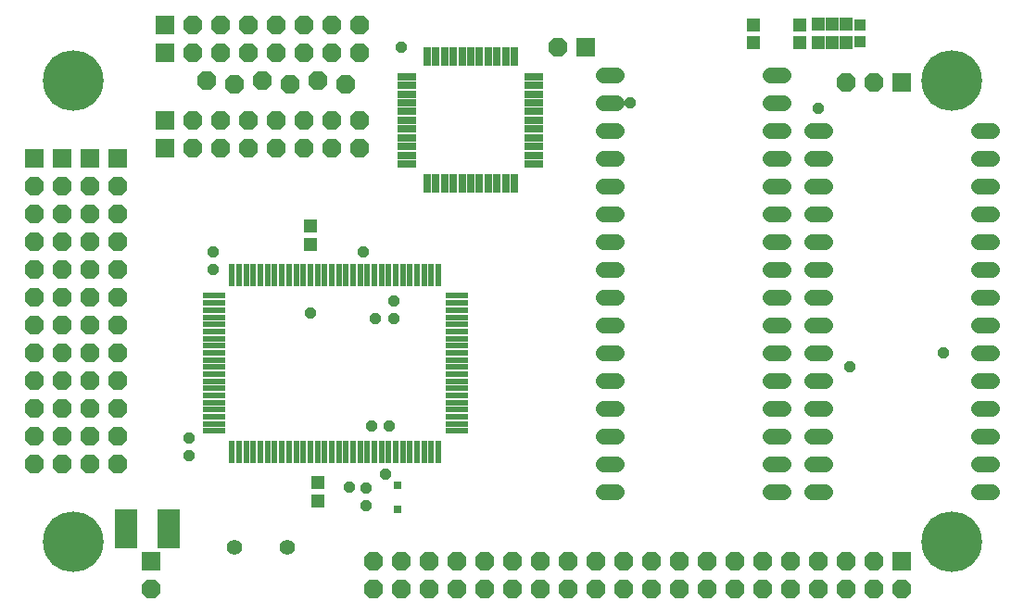
<source format=gts>
G75*
%MOIN*%
%OFA0B0*%
%FSLAX24Y24*%
%IPPOS*%
%LPD*%
%AMOC8*
5,1,8,0,0,1.08239X$1,22.5*
%
%ADD10R,0.0474X0.0513*%
%ADD11R,0.0395X0.0395*%
%ADD12R,0.0513X0.0474*%
%ADD13C,0.2180*%
%ADD14R,0.0237X0.0789*%
%ADD15R,0.0789X0.0237*%
%ADD16C,0.0560*%
%ADD17R,0.0474X0.0474*%
%ADD18R,0.0680X0.0680*%
%ADD19OC8,0.0680*%
%ADD20R,0.0671X0.0277*%
%ADD21R,0.0277X0.0671*%
%ADD22R,0.0316X0.0316*%
%ADD23C,0.0560*%
%ADD24OC8,0.0417*%
%ADD25R,0.0828X0.1419*%
D10*
X029500Y021540D03*
X029500Y022210D03*
D11*
X031000Y022170D03*
X031000Y021580D03*
D12*
X030500Y021540D03*
X030000Y021540D03*
X030000Y022210D03*
X030500Y022210D03*
X011250Y014960D03*
X011250Y014290D03*
X011500Y005710D03*
X011500Y005040D03*
D13*
X002697Y003572D03*
X002697Y020178D03*
X034303Y020178D03*
X034303Y003572D03*
D14*
X015836Y006811D03*
X015580Y006811D03*
X015324Y006811D03*
X015068Y006811D03*
X014812Y006811D03*
X014556Y006811D03*
X014300Y006811D03*
X014044Y006811D03*
X013788Y006811D03*
X013532Y006811D03*
X013277Y006811D03*
X013021Y006811D03*
X012765Y006811D03*
X012509Y006811D03*
X012253Y006811D03*
X011997Y006811D03*
X011741Y006811D03*
X011485Y006811D03*
X011229Y006811D03*
X010973Y006811D03*
X010718Y006811D03*
X010462Y006811D03*
X010206Y006811D03*
X009950Y006811D03*
X009694Y006811D03*
X009438Y006811D03*
X009182Y006811D03*
X008926Y006811D03*
X008670Y006811D03*
X008414Y006811D03*
X008414Y013189D03*
X008670Y013189D03*
X008926Y013189D03*
X009182Y013189D03*
X009438Y013189D03*
X009694Y013189D03*
X009950Y013189D03*
X010206Y013189D03*
X010462Y013189D03*
X010718Y013189D03*
X010973Y013189D03*
X011229Y013189D03*
X011485Y013189D03*
X011741Y013189D03*
X011997Y013189D03*
X012253Y013189D03*
X012509Y013189D03*
X012765Y013189D03*
X013021Y013189D03*
X013277Y013189D03*
X013532Y013189D03*
X013788Y013189D03*
X014044Y013189D03*
X014300Y013189D03*
X014556Y013189D03*
X014812Y013189D03*
X015068Y013189D03*
X015324Y013189D03*
X015580Y013189D03*
X015836Y013189D03*
D15*
X016495Y012431D03*
X016495Y012175D03*
X016495Y011919D03*
X016495Y011663D03*
X016495Y011407D03*
X016495Y011152D03*
X016495Y010896D03*
X016495Y010640D03*
X016495Y010384D03*
X016495Y010128D03*
X016495Y009872D03*
X016495Y009616D03*
X016495Y009360D03*
X016495Y009104D03*
X016495Y008848D03*
X016495Y008593D03*
X016495Y008337D03*
X016495Y008081D03*
X016495Y007825D03*
X016495Y007569D03*
X007755Y007569D03*
X007755Y007825D03*
X007755Y008081D03*
X007755Y008337D03*
X007755Y008593D03*
X007755Y008848D03*
X007755Y009104D03*
X007755Y009360D03*
X007755Y009616D03*
X007755Y009872D03*
X007755Y010128D03*
X007755Y010384D03*
X007755Y010640D03*
X007755Y010896D03*
X007755Y011152D03*
X007755Y011407D03*
X007755Y011663D03*
X007755Y011919D03*
X007755Y012175D03*
X007755Y012431D03*
D16*
X021760Y012375D02*
X022240Y012375D01*
X022240Y011375D02*
X021760Y011375D01*
X021760Y010375D02*
X022240Y010375D01*
X022240Y009375D02*
X021760Y009375D01*
X021760Y008375D02*
X022240Y008375D01*
X022240Y007375D02*
X021760Y007375D01*
X021760Y006375D02*
X022240Y006375D01*
X022240Y005375D02*
X021760Y005375D01*
X027760Y005375D02*
X028240Y005375D01*
X029260Y005375D02*
X029740Y005375D01*
X029740Y006375D02*
X029260Y006375D01*
X028240Y006375D02*
X027760Y006375D01*
X027760Y007375D02*
X028240Y007375D01*
X029260Y007375D02*
X029740Y007375D01*
X029740Y008375D02*
X029260Y008375D01*
X028240Y008375D02*
X027760Y008375D01*
X027760Y009375D02*
X028240Y009375D01*
X029260Y009375D02*
X029740Y009375D01*
X029740Y010375D02*
X029260Y010375D01*
X028240Y010375D02*
X027760Y010375D01*
X027760Y011375D02*
X028240Y011375D01*
X029260Y011375D02*
X029740Y011375D01*
X029740Y012375D02*
X029260Y012375D01*
X028240Y012375D02*
X027760Y012375D01*
X027760Y013375D02*
X028240Y013375D01*
X029260Y013375D02*
X029740Y013375D01*
X029740Y014375D02*
X029260Y014375D01*
X028240Y014375D02*
X027760Y014375D01*
X027760Y015375D02*
X028240Y015375D01*
X029260Y015375D02*
X029740Y015375D01*
X029740Y016375D02*
X029260Y016375D01*
X028240Y016375D02*
X027760Y016375D01*
X027760Y017375D02*
X028240Y017375D01*
X029260Y017375D02*
X029740Y017375D01*
X029740Y018375D02*
X029260Y018375D01*
X028240Y018375D02*
X027760Y018375D01*
X027760Y019375D02*
X028240Y019375D01*
X028240Y020375D02*
X027760Y020375D01*
X022240Y020375D02*
X021760Y020375D01*
X021760Y019375D02*
X022240Y019375D01*
X022240Y018375D02*
X021760Y018375D01*
X021760Y017375D02*
X022240Y017375D01*
X022240Y016375D02*
X021760Y016375D01*
X021760Y015375D02*
X022240Y015375D01*
X022240Y014375D02*
X021760Y014375D01*
X021760Y013375D02*
X022240Y013375D01*
X035260Y013375D02*
X035740Y013375D01*
X035740Y012375D02*
X035260Y012375D01*
X035260Y011375D02*
X035740Y011375D01*
X035740Y010375D02*
X035260Y010375D01*
X035260Y009375D02*
X035740Y009375D01*
X035740Y008375D02*
X035260Y008375D01*
X035260Y007375D02*
X035740Y007375D01*
X035740Y006375D02*
X035260Y006375D01*
X035260Y005375D02*
X035740Y005375D01*
X035740Y014375D02*
X035260Y014375D01*
X035260Y015375D02*
X035740Y015375D01*
X035740Y016375D02*
X035260Y016375D01*
X035260Y017375D02*
X035740Y017375D01*
X035740Y018375D02*
X035260Y018375D01*
D17*
X028827Y021560D03*
X028827Y022190D03*
X027173Y022190D03*
X027173Y021560D03*
D18*
X032500Y020125D03*
X021125Y021375D03*
X006000Y021188D03*
X006000Y022188D03*
X006000Y018750D03*
X006000Y017750D03*
X004313Y017375D03*
X003313Y017375D03*
X002313Y017375D03*
X001313Y017375D03*
X005500Y002875D03*
X032500Y002875D03*
D19*
X005500Y001875D03*
X004313Y006375D03*
X003313Y006375D03*
X002313Y006375D03*
X001313Y006375D03*
X001313Y007375D03*
X002313Y007375D03*
X003313Y007375D03*
X004313Y007375D03*
X004313Y008375D03*
X003313Y008375D03*
X002313Y008375D03*
X001313Y008375D03*
X001313Y009375D03*
X002313Y009375D03*
X003313Y009375D03*
X004313Y009375D03*
X004313Y010375D03*
X003313Y010375D03*
X002313Y010375D03*
X001313Y010375D03*
X001313Y011375D03*
X002313Y011375D03*
X003313Y011375D03*
X004313Y011375D03*
X004313Y012375D03*
X003313Y012375D03*
X002313Y012375D03*
X001313Y012375D03*
X001313Y013375D03*
X002313Y013375D03*
X003313Y013375D03*
X004313Y013375D03*
X004313Y014375D03*
X003313Y014375D03*
X002313Y014375D03*
X001313Y014375D03*
X001313Y015375D03*
X002313Y015375D03*
X003313Y015375D03*
X004313Y015375D03*
X004313Y016375D03*
X003313Y016375D03*
X002313Y016375D03*
X001313Y016375D03*
X007000Y017750D03*
X008000Y017750D03*
X009000Y017750D03*
X010000Y017750D03*
X011000Y017750D03*
X012000Y017750D03*
X013000Y017750D03*
X013000Y018750D03*
X012000Y018750D03*
X011000Y018750D03*
X010000Y018750D03*
X009000Y018750D03*
X008000Y018750D03*
X007000Y018750D03*
X007500Y020188D03*
X008500Y020063D03*
X009500Y020188D03*
X010500Y020063D03*
X011500Y020188D03*
X012500Y020063D03*
X012000Y021188D03*
X011000Y021188D03*
X010000Y021188D03*
X009000Y021188D03*
X008000Y021188D03*
X007000Y021188D03*
X007000Y022188D03*
X008000Y022188D03*
X009000Y022188D03*
X010000Y022188D03*
X011000Y022188D03*
X012000Y022188D03*
X013000Y022188D03*
X013000Y021188D03*
X020125Y021375D03*
X030500Y020125D03*
X031500Y020125D03*
X031500Y002875D03*
X030500Y002875D03*
X029500Y002875D03*
X028500Y002875D03*
X027500Y002875D03*
X026500Y002875D03*
X025500Y002875D03*
X024500Y002875D03*
X023500Y002875D03*
X022500Y002875D03*
X021500Y002875D03*
X020500Y002875D03*
X019500Y002875D03*
X018500Y002875D03*
X017500Y002875D03*
X016500Y002875D03*
X015500Y002875D03*
X014500Y002875D03*
X013500Y002875D03*
X013500Y001875D03*
X014500Y001875D03*
X015500Y001875D03*
X016500Y001875D03*
X017500Y001875D03*
X018500Y001875D03*
X019500Y001875D03*
X020500Y001875D03*
X021500Y001875D03*
X022500Y001875D03*
X023500Y001875D03*
X024500Y001875D03*
X025500Y001875D03*
X026500Y001875D03*
X027500Y001875D03*
X028500Y001875D03*
X029500Y001875D03*
X030500Y001875D03*
X031500Y001875D03*
X032500Y001875D03*
D20*
X019283Y017175D03*
X019283Y017490D03*
X019283Y017805D03*
X019283Y018120D03*
X019283Y018435D03*
X019283Y018750D03*
X019283Y019065D03*
X019283Y019380D03*
X019283Y019695D03*
X019283Y020010D03*
X019283Y020325D03*
X014717Y020325D03*
X014717Y020010D03*
X014717Y019695D03*
X014717Y019380D03*
X014717Y019065D03*
X014717Y018750D03*
X014717Y018435D03*
X014717Y018120D03*
X014717Y017805D03*
X014717Y017490D03*
X014717Y017175D03*
D21*
X015425Y016467D03*
X015740Y016467D03*
X016055Y016467D03*
X016370Y016467D03*
X016685Y016467D03*
X017000Y016467D03*
X017315Y016467D03*
X017630Y016467D03*
X017945Y016467D03*
X018260Y016467D03*
X018575Y016467D03*
X018575Y021033D03*
X018260Y021033D03*
X017945Y021033D03*
X017630Y021033D03*
X017315Y021033D03*
X017000Y021033D03*
X016685Y021033D03*
X016370Y021033D03*
X016055Y021033D03*
X015740Y021033D03*
X015425Y021033D03*
D22*
X014375Y005621D03*
X014375Y004754D03*
D23*
X010388Y003375D03*
X008488Y003375D03*
D24*
X012625Y005563D03*
X013250Y005500D03*
X013938Y006000D03*
X013250Y004875D03*
X013438Y007750D03*
X014063Y007750D03*
X014250Y011625D03*
X013563Y011625D03*
X014250Y012250D03*
X013125Y014000D03*
X011250Y011813D03*
X007750Y013375D03*
X007750Y014000D03*
X006875Y007313D03*
X006875Y006688D03*
X022750Y019375D03*
X029500Y019188D03*
X034000Y010375D03*
X030625Y009875D03*
X014500Y021375D03*
D25*
X006143Y004063D03*
X004607Y004063D03*
M02*

</source>
